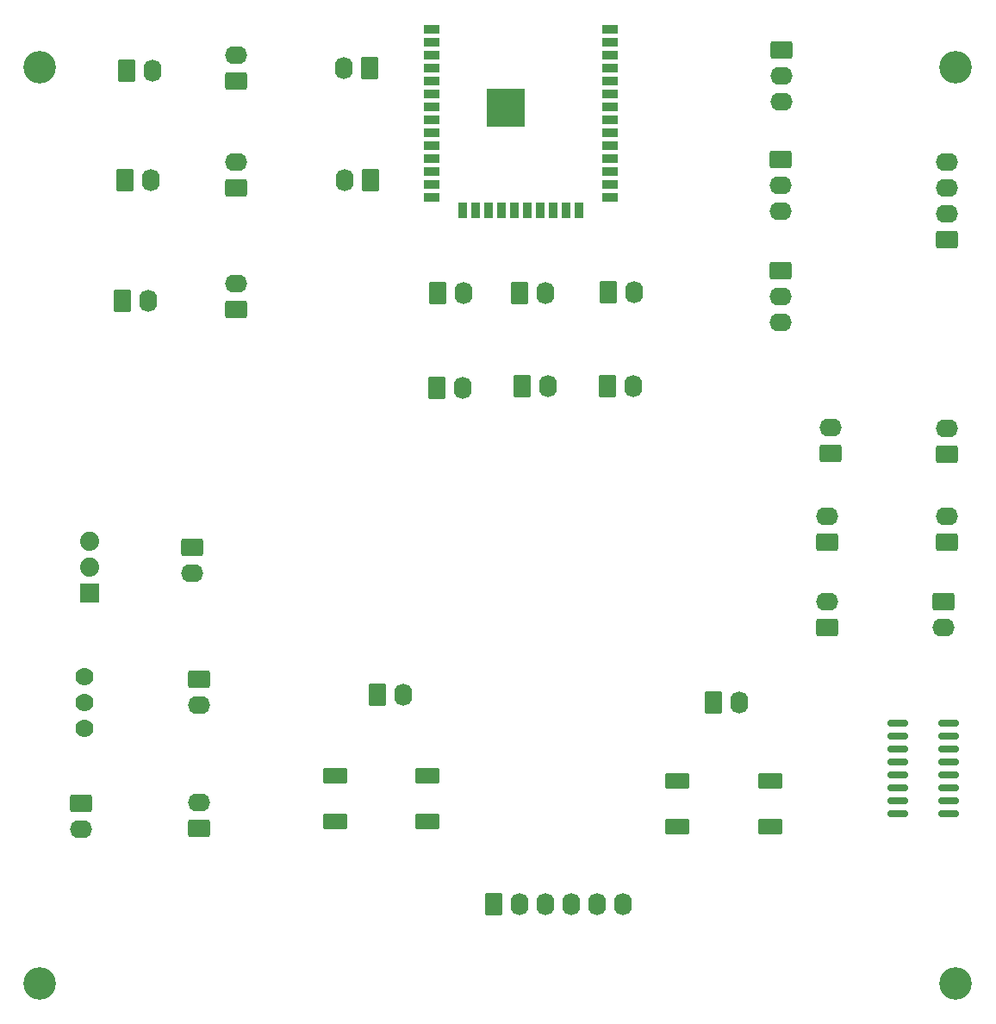
<source format=gbr>
%TF.GenerationSoftware,KiCad,Pcbnew,8.0.8*%
%TF.CreationDate,2025-04-22T11:25:48-05:00*%
%TF.ProjectId,LastChance,4c617374-4368-4616-9e63-652e6b696361,rev?*%
%TF.SameCoordinates,Original*%
%TF.FileFunction,Soldermask,Top*%
%TF.FilePolarity,Negative*%
%FSLAX46Y46*%
G04 Gerber Fmt 4.6, Leading zero omitted, Abs format (unit mm)*
G04 Created by KiCad (PCBNEW 8.0.8) date 2025-04-22 11:25:48*
%MOMM*%
%LPD*%
G01*
G04 APERTURE LIST*
G04 Aperture macros list*
%AMRoundRect*
0 Rectangle with rounded corners*
0 $1 Rounding radius*
0 $2 $3 $4 $5 $6 $7 $8 $9 X,Y pos of 4 corners*
0 Add a 4 corners polygon primitive as box body*
4,1,4,$2,$3,$4,$5,$6,$7,$8,$9,$2,$3,0*
0 Add four circle primitives for the rounded corners*
1,1,$1+$1,$2,$3*
1,1,$1+$1,$4,$5*
1,1,$1+$1,$6,$7*
1,1,$1+$1,$8,$9*
0 Add four rect primitives between the rounded corners*
20,1,$1+$1,$2,$3,$4,$5,0*
20,1,$1+$1,$4,$5,$6,$7,0*
20,1,$1+$1,$6,$7,$8,$9,0*
20,1,$1+$1,$8,$9,$2,$3,0*%
G04 Aperture macros list end*
%ADD10RoundRect,0.250000X0.845000X-0.620000X0.845000X0.620000X-0.845000X0.620000X-0.845000X-0.620000X0*%
%ADD11O,2.190000X1.740000*%
%ADD12RoundRect,0.250000X-0.620000X-0.845000X0.620000X-0.845000X0.620000X0.845000X-0.620000X0.845000X0*%
%ADD13O,1.740000X2.190000*%
%ADD14RoundRect,0.250000X-0.845000X0.620000X-0.845000X-0.620000X0.845000X-0.620000X0.845000X0.620000X0*%
%ADD15RoundRect,0.250000X0.620000X0.845000X-0.620000X0.845000X-0.620000X-0.845000X0.620000X-0.845000X0*%
%ADD16R,1.879600X1.879600*%
%ADD17C,1.879600*%
%ADD18C,1.778000*%
%ADD19RoundRect,0.150000X-0.850000X-0.150000X0.850000X-0.150000X0.850000X0.150000X-0.850000X0.150000X0*%
%ADD20C,0.600000*%
%ADD21R,3.800000X3.800000*%
%ADD22R,1.500000X0.900000*%
%ADD23R,0.900000X1.500000*%
%ADD24RoundRect,0.102000X-1.050000X-0.700000X1.050000X-0.700000X1.050000X0.700000X-1.050000X0.700000X0*%
%ADD25C,3.200000*%
G04 APERTURE END LIST*
D10*
%TO.C,R13*%
X184150000Y-83058000D03*
D11*
X184150000Y-80518000D03*
%TD*%
D10*
%TO.C,R12*%
X184150000Y-91694000D03*
D11*
X184150000Y-89154000D03*
%TD*%
D12*
%TO.C,R10*%
X150876000Y-67076000D03*
D13*
X153416000Y-67076000D03*
%TD*%
D12*
%TO.C,R9*%
X142113000Y-67183000D03*
D13*
X144653000Y-67183000D03*
%TD*%
D12*
%TO.C,R8*%
X134112000Y-67183000D03*
D13*
X136652000Y-67183000D03*
%TD*%
D10*
%TO.C,R7*%
X114300000Y-56896000D03*
D11*
X114300000Y-54356000D03*
%TD*%
D10*
%TO.C,R4*%
X114300000Y-68834000D03*
D11*
X114300000Y-66294000D03*
%TD*%
D10*
%TO.C,R3*%
X114300000Y-46355000D03*
D11*
X114300000Y-43815000D03*
%TD*%
D12*
%TO.C,R2*%
X161163000Y-107442000D03*
D13*
X163703000Y-107442000D03*
%TD*%
D12*
%TO.C,R1*%
X128143000Y-106680000D03*
D13*
X130683000Y-106680000D03*
%TD*%
D14*
%TO.C,C9*%
X109982000Y-92202000D03*
D11*
X109982000Y-94742000D03*
%TD*%
D14*
%TO.C,C8*%
X110597000Y-105156000D03*
D11*
X110597000Y-107696000D03*
%TD*%
D10*
%TO.C,C7*%
X172720000Y-82931000D03*
D11*
X172720000Y-80391000D03*
%TD*%
D10*
%TO.C,C6*%
X172339000Y-100076000D03*
D11*
X172339000Y-97536000D03*
%TD*%
D10*
%TO.C,C5*%
X172339000Y-91694000D03*
D11*
X172339000Y-89154000D03*
%TD*%
D14*
%TO.C,C4*%
X183769000Y-97536000D03*
D11*
X183769000Y-100076000D03*
%TD*%
D10*
%TO.C,C3*%
X110617000Y-119761000D03*
D11*
X110617000Y-117221000D03*
%TD*%
D15*
%TO.C,C2*%
X127381000Y-45085000D03*
D13*
X124841000Y-45085000D03*
%TD*%
D15*
%TO.C,C1*%
X127508000Y-56134000D03*
D13*
X124968000Y-56134000D03*
%TD*%
D16*
%TO.C,U4*%
X99842000Y-96647000D03*
D17*
X99842000Y-94107000D03*
X99842000Y-91567000D03*
%TD*%
D18*
%TO.C,U3*%
X99334000Y-109982000D03*
X99334000Y-107442000D03*
X99334000Y-104902000D03*
%TD*%
D19*
%TO.C,U2*%
X179324000Y-109474000D03*
X179324000Y-110744000D03*
X179324000Y-112014000D03*
X179324000Y-113284000D03*
X179324000Y-114554000D03*
X179324000Y-115824000D03*
X179324000Y-117094000D03*
X179324000Y-118364000D03*
X184324000Y-118364000D03*
X184324000Y-117094000D03*
X184324000Y-115824000D03*
X184324000Y-114554000D03*
X184324000Y-113284000D03*
X184324000Y-112014000D03*
X184324000Y-110744000D03*
X184324000Y-109474000D03*
%TD*%
D20*
%TO.C,U1*%
X142153000Y-49695000D03*
X142153000Y-48295000D03*
X141453000Y-50395000D03*
X141453000Y-48995000D03*
X141453000Y-47595000D03*
D21*
X140753000Y-48995000D03*
D20*
X140728000Y-49695000D03*
X140728000Y-48295000D03*
X140053000Y-50395000D03*
X140053000Y-48995000D03*
X140053000Y-47595000D03*
X139353000Y-49695000D03*
X139353000Y-48295000D03*
D22*
X151003000Y-41275000D03*
X151003000Y-42545000D03*
X151003000Y-43815000D03*
X151003000Y-45085000D03*
X151003000Y-46355000D03*
X151003000Y-47625000D03*
X151003000Y-48895000D03*
X151003000Y-50165000D03*
X151003000Y-51435000D03*
X151003000Y-52705000D03*
X151003000Y-53975000D03*
X151003000Y-55245000D03*
X151003000Y-56515000D03*
X151003000Y-57785000D03*
D23*
X147973000Y-59035000D03*
X146703000Y-59035000D03*
X145433000Y-59035000D03*
X144163000Y-59035000D03*
X142893000Y-59035000D03*
X141623000Y-59035000D03*
X140353000Y-59035000D03*
X139083000Y-59035000D03*
X137813000Y-59035000D03*
X136543000Y-59035000D03*
D22*
X133503000Y-57785000D03*
X133503000Y-56515000D03*
X133503000Y-55245000D03*
X133503000Y-53975000D03*
X133503000Y-52705000D03*
X133503000Y-51435000D03*
X133503000Y-50165000D03*
X133503000Y-48895000D03*
X133503000Y-47625000D03*
X133503000Y-46355000D03*
X133503000Y-45085000D03*
X133503000Y-43815000D03*
X133503000Y-42545000D03*
X133503000Y-41275000D03*
%TD*%
D24*
%TO.C,SW2*%
X157651000Y-115134000D03*
X166751000Y-115134000D03*
X157651000Y-119634000D03*
X166751000Y-119634000D03*
%TD*%
%TO.C,SW1*%
X123996000Y-114626000D03*
X133096000Y-114626000D03*
X123996000Y-119126000D03*
X133096000Y-119126000D03*
%TD*%
D14*
%TO.C,J13*%
X167767000Y-65024000D03*
D11*
X167767000Y-67564000D03*
X167767000Y-70104000D03*
%TD*%
D14*
%TO.C,J12*%
X167767000Y-54102000D03*
D11*
X167767000Y-56642000D03*
X167767000Y-59182000D03*
%TD*%
D14*
%TO.C,J11*%
X167874000Y-43307000D03*
D11*
X167874000Y-45847000D03*
X167874000Y-48387000D03*
%TD*%
D12*
%TO.C,J10*%
X139573000Y-127254000D03*
D13*
X142113000Y-127254000D03*
X144653000Y-127254000D03*
X147193000Y-127254000D03*
X149733000Y-127254000D03*
X152273000Y-127254000D03*
%TD*%
D10*
%TO.C,J9*%
X184150000Y-61976000D03*
D11*
X184150000Y-59436000D03*
X184150000Y-56896000D03*
X184150000Y-54356000D03*
%TD*%
D12*
%TO.C,J8*%
X150749000Y-76347000D03*
D13*
X153289000Y-76347000D03*
%TD*%
D12*
%TO.C,J7*%
X142367000Y-76327000D03*
D13*
X144907000Y-76327000D03*
%TD*%
D12*
%TO.C,J6*%
X133985000Y-76474000D03*
D13*
X136525000Y-76474000D03*
%TD*%
D12*
%TO.C,J5*%
X103378000Y-56134000D03*
D13*
X105918000Y-56134000D03*
%TD*%
D14*
%TO.C,J4*%
X99060000Y-117348000D03*
D11*
X99060000Y-119888000D03*
%TD*%
D12*
%TO.C,J2*%
X103124000Y-67945000D03*
D13*
X105664000Y-67945000D03*
%TD*%
D12*
%TO.C,J1*%
X103505000Y-45339000D03*
D13*
X106045000Y-45339000D03*
%TD*%
D25*
%TO.C,H4*%
X95000000Y-135000000D03*
%TD*%
%TO.C,H3*%
X185000000Y-135000000D03*
%TD*%
%TO.C,H2*%
X95000000Y-45000000D03*
%TD*%
%TO.C,H1*%
X185000000Y-45000000D03*
%TD*%
M02*

</source>
